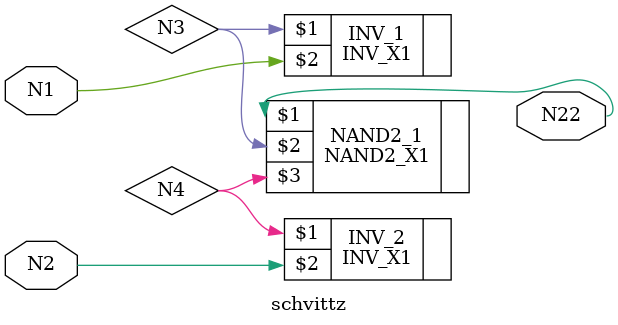
<source format=v>

module schvittz (N1,N2,N22);

input N1,N2;

output N22;

wire N3,N4;

INV_X1 INV_1 (N3, N1);
INV_X1 INV_2 (N4, N2);
NAND2_X1 NAND2_1 (N22, N3, N4);

endmodule
</source>
